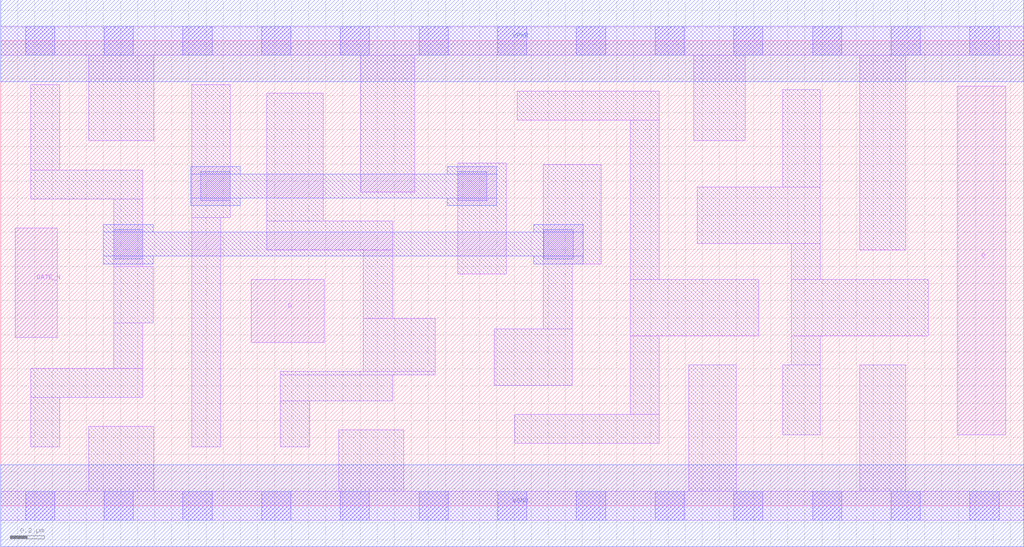
<source format=lef>
# Copyright 2020 The SkyWater PDK Authors
#
# Licensed under the Apache License, Version 2.0 (the "License");
# you may not use this file except in compliance with the License.
# You may obtain a copy of the License at
#
#     https://www.apache.org/licenses/LICENSE-2.0
#
# Unless required by applicable law or agreed to in writing, software
# distributed under the License is distributed on an "AS IS" BASIS,
# WITHOUT WARRANTIES OR CONDITIONS OF ANY KIND, either express or implied.
# See the License for the specific language governing permissions and
# limitations under the License.
#
# SPDX-License-Identifier: Apache-2.0

VERSION 5.7 ;
  NAMESCASESENSITIVE ON ;
  NOWIREEXTENSIONATPIN ON ;
  DIVIDERCHAR "/" ;
  BUSBITCHARS "[]" ;
UNITS
  DATABASE MICRONS 200 ;
END UNITS
PROPERTYDEFINITIONS
  MACRO maskLayoutSubType STRING ;
  MACRO prCellType STRING ;
  MACRO originalViewName STRING ;
END PROPERTYDEFINITIONS
MACRO sky130_fd_sc_hdll__dlxtn_1
  CLASS CORE ;
  FOREIGN sky130_fd_sc_hdll__dlxtn_1 ;
  ORIGIN  0.000000  0.000000 ;
  SIZE  5.980000 BY  2.720000 ;
  SYMMETRY X Y R90 ;
  SITE unithd ;
  PIN D
    ANTENNAGATEAREA  0.178200 ;
    DIRECTION INPUT ;
    USE SIGNAL ;
    PORT
      LAYER li1 ;
        RECT 1.465000 0.955000 1.890000 1.325000 ;
    END
  END D
  PIN GATE_N
    ANTENNAGATEAREA  0.178200 ;
    DIRECTION INPUT ;
    USE SIGNAL ;
    PORT
      LAYER li1 ;
        RECT 0.085000 0.985000 0.330000 1.625000 ;
    END
  END GATE_N
  PIN Q
    ANTENNADIFFAREA  0.554500 ;
    DIRECTION OUTPUT ;
    USE SIGNAL ;
    PORT
      LAYER li1 ;
        RECT 5.590000 0.415000 5.875000 2.455000 ;
    END
  END Q
  PIN VGND
    ANTENNADIFFAREA  0.600900 ;
    DIRECTION INOUT ;
    USE SIGNAL ;
    PORT
      LAYER met1 ;
        RECT 0.000000 -0.240000 5.980000 0.240000 ;
    END
  END VGND
  PIN VPWR
    ANTENNADIFFAREA  0.784600 ;
    DIRECTION INOUT ;
    USE SIGNAL ;
    PORT
      LAYER met1 ;
        RECT 0.000000 2.480000 5.980000 2.960000 ;
    END
  END VPWR
  OBS
    LAYER li1 ;
      RECT 0.000000 -0.085000 5.980000 0.085000 ;
      RECT 0.000000  2.635000 5.980000 2.805000 ;
      RECT 0.175000  0.345000 0.345000 0.635000 ;
      RECT 0.175000  0.635000 0.830000 0.805000 ;
      RECT 0.175000  1.795000 0.830000 1.965000 ;
      RECT 0.175000  1.965000 0.345000 2.465000 ;
      RECT 0.515000  0.085000 0.895000 0.465000 ;
      RECT 0.515000  2.135000 0.895000 2.635000 ;
      RECT 0.660000  0.805000 0.830000 1.070000 ;
      RECT 0.660000  1.070000 0.890000 1.400000 ;
      RECT 0.660000  1.400000 0.830000 1.795000 ;
      RECT 1.115000  0.345000 1.285000 1.685000 ;
      RECT 1.115000  1.685000 1.340000 2.465000 ;
      RECT 1.555000  1.495000 2.290000 1.665000 ;
      RECT 1.555000  1.665000 1.885000 2.415000 ;
      RECT 1.635000  0.345000 1.805000 0.615000 ;
      RECT 1.635000  0.615000 2.290000 0.765000 ;
      RECT 1.635000  0.765000 2.540000 0.785000 ;
      RECT 1.975000  0.085000 2.355000 0.445000 ;
      RECT 2.105000  1.835000 2.420000 2.635000 ;
      RECT 2.120000  0.785000 2.540000 1.095000 ;
      RECT 2.120000  1.095000 2.290000 1.495000 ;
      RECT 2.670000  1.355000 2.955000 2.005000 ;
      RECT 2.885000  0.705000 3.340000 1.035000 ;
      RECT 3.005000  0.365000 3.850000 0.535000 ;
      RECT 3.020000  2.255000 3.850000 2.425000 ;
      RECT 3.170000  1.035000 3.340000 1.415000 ;
      RECT 3.170000  1.415000 3.510000 1.995000 ;
      RECT 3.680000  0.535000 3.850000 0.995000 ;
      RECT 3.680000  0.995000 4.430000 1.325000 ;
      RECT 3.680000  1.325000 3.850000 2.255000 ;
      RECT 4.020000  0.085000 4.300000 0.825000 ;
      RECT 4.050000  2.135000 4.350000 2.635000 ;
      RECT 4.070000  1.535000 4.790000 1.865000 ;
      RECT 4.570000  0.415000 4.790000 0.825000 ;
      RECT 4.570000  1.865000 4.790000 2.435000 ;
      RECT 4.620000  0.825000 4.790000 0.995000 ;
      RECT 4.620000  0.995000 5.420000 1.325000 ;
      RECT 4.620000  1.325000 4.790000 1.535000 ;
      RECT 5.020000  0.085000 5.290000 0.825000 ;
      RECT 5.020000  1.495000 5.290000 2.635000 ;
    LAYER mcon ;
      RECT 0.145000 -0.085000 0.315000 0.085000 ;
      RECT 0.145000  2.635000 0.315000 2.805000 ;
      RECT 0.605000 -0.085000 0.775000 0.085000 ;
      RECT 0.605000  2.635000 0.775000 2.805000 ;
      RECT 0.660000  1.445000 0.830000 1.615000 ;
      RECT 1.065000 -0.085000 1.235000 0.085000 ;
      RECT 1.065000  2.635000 1.235000 2.805000 ;
      RECT 1.170000  1.785000 1.340000 1.955000 ;
      RECT 1.525000 -0.085000 1.695000 0.085000 ;
      RECT 1.525000  2.635000 1.695000 2.805000 ;
      RECT 1.985000 -0.085000 2.155000 0.085000 ;
      RECT 1.985000  2.635000 2.155000 2.805000 ;
      RECT 2.445000 -0.085000 2.615000 0.085000 ;
      RECT 2.445000  2.635000 2.615000 2.805000 ;
      RECT 2.670000  1.785000 2.840000 1.955000 ;
      RECT 2.905000 -0.085000 3.075000 0.085000 ;
      RECT 2.905000  2.635000 3.075000 2.805000 ;
      RECT 3.175000  1.445000 3.345000 1.615000 ;
      RECT 3.365000 -0.085000 3.535000 0.085000 ;
      RECT 3.365000  2.635000 3.535000 2.805000 ;
      RECT 3.825000 -0.085000 3.995000 0.085000 ;
      RECT 3.825000  2.635000 3.995000 2.805000 ;
      RECT 4.285000 -0.085000 4.455000 0.085000 ;
      RECT 4.285000  2.635000 4.455000 2.805000 ;
      RECT 4.745000 -0.085000 4.915000 0.085000 ;
      RECT 4.745000  2.635000 4.915000 2.805000 ;
      RECT 5.205000 -0.085000 5.375000 0.085000 ;
      RECT 5.205000  2.635000 5.375000 2.805000 ;
      RECT 5.665000 -0.085000 5.835000 0.085000 ;
      RECT 5.665000  2.635000 5.835000 2.805000 ;
    LAYER met1 ;
      RECT 0.600000 1.415000 0.890000 1.460000 ;
      RECT 0.600000 1.460000 3.405000 1.600000 ;
      RECT 0.600000 1.600000 0.890000 1.645000 ;
      RECT 1.110000 1.755000 1.400000 1.800000 ;
      RECT 1.110000 1.800000 2.900000 1.940000 ;
      RECT 1.110000 1.940000 1.400000 1.985000 ;
      RECT 2.610000 1.755000 2.900000 1.800000 ;
      RECT 2.610000 1.940000 2.900000 1.985000 ;
      RECT 3.115000 1.415000 3.405000 1.460000 ;
      RECT 3.115000 1.600000 3.405000 1.645000 ;
  END
  PROPERTY maskLayoutSubType "abstract" ;
  PROPERTY prCellType "standard" ;
  PROPERTY originalViewName "layout" ;
END sky130_fd_sc_hdll__dlxtn_1

</source>
